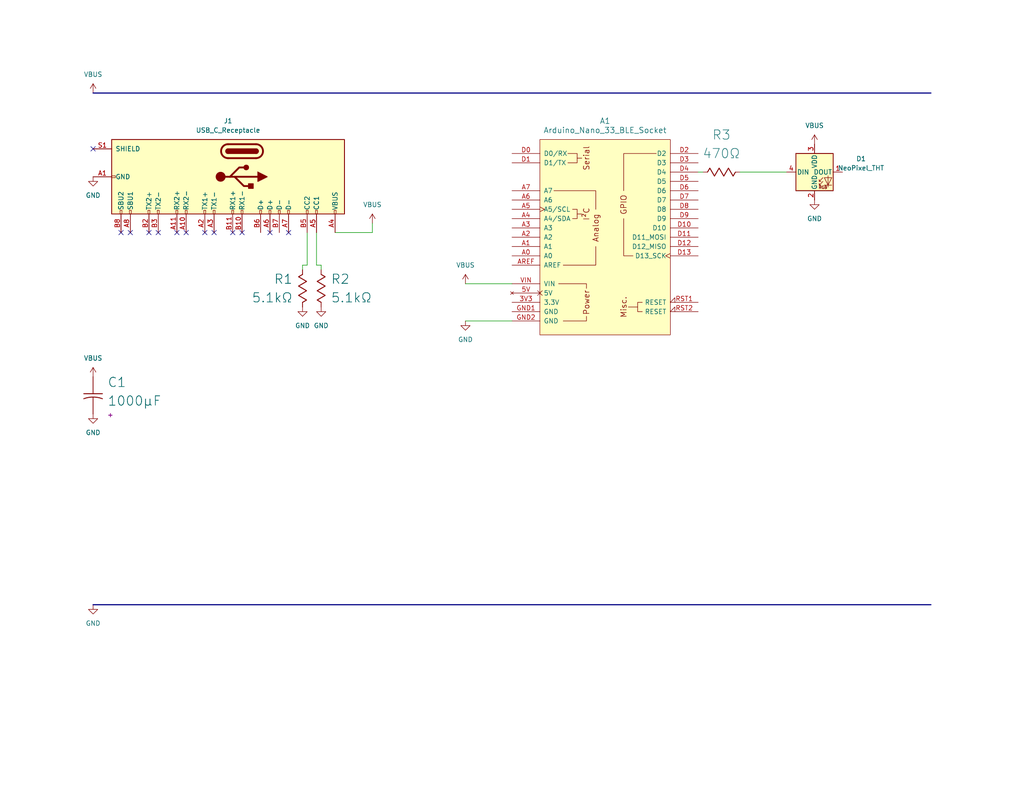
<source format=kicad_sch>
(kicad_sch (version 20230121) (generator eeschema)
  (paper "A")
  (title_block (title "TrailblazEAR") (rev "0"))
  (lib_symbols
    (symbol "Connector:USB_C_Receptacle" (pin_names (offset 1.016))
      (property "Reference" "J" (at -10.16 29.21 0))
      (property "Value" "USB_C_Receptacle" (at 10.16 29.21 0))
      (symbol "USB_C_Receptacle_0_0"
        (rectangle (start -0.254 -35.56) (end 0.254 -34.544))
        (rectangle (start 10.16 -32.766) (end 9.144 -33.274))
        (rectangle (start 10.16 -30.226) (end 9.144 -30.734))
        (rectangle (start 10.16 -25.146) (end 9.144 -25.654))
        (rectangle (start 10.16 -22.606) (end 9.144 -23.114))
        (rectangle (start 10.16 -17.526) (end 9.144 -18.034))
        (rectangle (start 10.16 -14.986) (end 9.144 -15.494))
        (rectangle (start 10.16 -9.906) (end 9.144 -10.414))
        (rectangle (start 10.16 -7.366) (end 9.144 -7.874))
        (rectangle (start 10.16 -2.286) (end 9.144 -2.794))
        (rectangle (start 10.16 0.254) (end 9.144 -0.254))
        (rectangle (start 10.16 5.334) (end 9.144 4.826))
        (rectangle (start 10.16 7.874) (end 9.144 7.366))
        (rectangle (start 10.16 10.414) (end 9.144 9.906))
        (rectangle (start 10.16 12.954) (end 9.144 12.446))
        (rectangle (start 10.16 18.034) (end 9.144 17.526))
        (rectangle (start 10.16 20.574) (end 9.144 20.066))
        (rectangle (start 10.16 25.654) (end 9.144 25.146))
      )
      (symbol "USB_C_Receptacle_0_1"
        (rectangle (start -10.16 27.94) (end 10.16 -35.56) (stroke (width 0.254)) (fill (type background)))
        (arc (start -8.89 -3.81) (mid -6.985 -5.7067) (end -5.08 -3.81) (stroke (width 0.508)))
        (arc (start -7.62 -3.81) (mid -6.985 -4.4423) (end -6.35 -3.81) (stroke (width 0.254)))
        (arc (start -7.62 -3.81) (mid -6.985 -4.4423) (end -6.35 -3.81) (stroke (width 0.254)) (fill (type outline)))
        (rectangle (start -7.62 -3.81) (end -6.35 3.81) (stroke (width 0.254)) (fill (type outline)))
        (arc (start -6.35 3.81) (mid -6.985 4.4423) (end -7.62 3.81) (stroke (width 0.254)))
        (arc (start -6.35 3.81) (mid -6.985 4.4423) (end -7.62 3.81) (stroke (width 0.254)) (fill (type outline)))
        (arc (start -5.08 3.81) (mid -6.985 5.7067) (end -8.89 3.81) (stroke (width 0.508)))
        (polyline (pts (xy -8.89 -3.81) (xy -8.89 3.81)) (stroke (width 0.508)))
        (polyline (pts (xy -5.08 3.81) (xy -5.08 -3.81)) (stroke (width 0.508)))
      )
      (symbol "USB_C_Receptacle_1_1"
        (circle (center -2.54 1.143) (radius 0.635) (stroke (width 0.254)) (fill (type outline)))
        (circle (center 0 -5.842) (radius 1.27) (fill (type outline)))
        (polyline (pts (xy 0 -5.842) (xy 0 4.318)) (stroke (width 0.508)))
        (polyline (pts (xy 0 -3.302) (xy -2.54 -0.762) (xy -2.54 0.508)) (stroke (width 0.508)))
        (polyline (pts (xy 0 -2.032) (xy 2.54 0.508) (xy 2.54 1.778)) (stroke (width 0.508)))
        (polyline (pts (xy -1.27 4.318) (xy 0 6.858) (xy 1.27 4.318) (xy -1.27 4.318)) (stroke (width 0.254)) (fill (type outline)))
        (rectangle (start 1.905 1.778) (end 3.175 3.048) (stroke (width 0.254)) (fill (type outline)))
        (pin passive line (at 0 -40.64 90) (length 5.08) (name "GND") (number "A1"))
        (pin bidirectional line (at 15.24 -15.24 180) (length 5.08) (name "RX2-") (number "A10"))
        (pin bidirectional line (at 15.24 -17.78 180) (length 5.08) (name "RX2+") (number "A11"))
        (pin passive line (at 0 -40.64 90) (length 5.08) hide (name "GND") (number "A12"))
        (pin bidirectional line (at 15.24 -10.16 180) (length 5.08) (name "TX1+") (number "A2"))
        (pin bidirectional line (at 15.24 -7.62 180) (length 5.08) (name "TX1-") (number "A3"))
        (pin passive line (at 15.24 25.4 180) (length 5.08) (name "VBUS") (number "A4"))
        (pin bidirectional line (at 15.24 20.32 180) (length 5.08) (name "CC1") (number "A5"))
        (pin bidirectional line (at 15.24 7.62 180) (length 5.08) (name "D+") (number "A6"))
        (pin bidirectional line (at 15.24 12.7 180) (length 5.08) (name "D-") (number "A7"))
        (pin bidirectional line (at 15.24 -30.48 180) (length 5.08) (name "SBU1") (number "A8"))
        (pin passive line (at 15.24 25.4 180) (length 5.08) hide (name "VBUS") (number "A9"))
        (pin passive line (at 0 -40.64 90) (length 5.08) hide (name "GND") (number "B1"))
        (pin bidirectional line (at 15.24 0 180) (length 5.08) (name "RX1-") (number "B10"))
        (pin bidirectional line (at 15.24 -2.54 180) (length 5.08) (name "RX1+") (number "B11"))
        (pin passive line (at 0 -40.64 90) (length 5.08) hide (name "GND") (number "B12"))
        (pin bidirectional line (at 15.24 -25.4 180) (length 5.08) (name "TX2+") (number "B2"))
        (pin bidirectional line (at 15.24 -22.86 180) (length 5.08) (name "TX2-") (number "B3"))
        (pin passive line (at 15.24 25.4 180) (length 5.08) hide (name "VBUS") (number "B4"))
        (pin bidirectional line (at 15.24 17.78 180) (length 5.08) (name "CC2") (number "B5"))
        (pin bidirectional line (at 15.24 5.08 180) (length 5.08) (name "D+") (number "B6"))
        (pin bidirectional line (at 15.24 10.16 180) (length 5.08) (name "D-") (number "B7"))
        (pin bidirectional line (at 15.24 -33.02 180) (length 5.08) (name "SBU2") (number "B8"))
        (pin passive line (at 15.24 25.4 180) (length 5.08) hide (name "VBUS") (number "B9"))
        (pin passive line (at -7.62 -40.64 90) (length 5.08) (name "SHIELD") (number "S1"))
      )
    )
    (symbol "LED:NeoPixel_THT" (pin_names (offset 0.254))
      (property "Reference" "D" (at 5.08 5.715 0))
      (property "Value" "NeoPixel_THT" (at 1.27 -5.715 0))
      (symbol "NeoPixel_THT_0_0"
        (text "RGB" (at 2.286 -4.191 0) (effects (font (size 0.762 0.762))))
      )
      (symbol "NeoPixel_THT_0_1"
        (polyline (pts (xy 1.27 -3.556) (xy 1.778 -3.556)))
        (polyline (pts (xy 1.27 -2.54) (xy 1.778 -2.54)))
        (polyline (pts (xy 4.699 -3.556) (xy 2.667 -3.556)))
        (polyline (pts (xy 2.286 -2.54) (xy 1.27 -3.556) (xy 1.27 -3.048)))
        (polyline (pts (xy 2.286 -1.524) (xy 1.27 -2.54) (xy 1.27 -2.032)))
        (polyline (pts (xy 3.683 -1.016) (xy 3.683 -3.556) (xy 3.683 -4.064)))
        (polyline (pts (xy 4.699 -1.524) (xy 2.667 -1.524) (xy 3.683 -3.556) (xy 4.699 -1.524)))
        (rectangle (start 5.08 5.08) (end -5.08 -5.08) (stroke (width 0.254)) (fill (type background)))
      )
      (symbol "NeoPixel_THT_1_1"
        (pin output line (at 7.62 0 180) (length 2.54) (name "DOUT") (number "1"))
        (pin power_in line (at 0 -7.62 90) (length 2.54) (name "GND") (number "2"))
        (pin power_in line (at 0 7.62 270) (length 2.54) (name "VDD") (number "3"))
        (pin input line (at -7.62 0 0) (length 2.54) (name "DIN") (number "4"))
      )
    )
    (symbol "PCM_Generic:C,IEEE" (pin_numbers hide) (pin_names (offset 0) hide)
      (property "Reference" "C" (at 2.54 2.54 0))
      (property "Value" "C,IEEE" (at 2.54 -2.54 0))
      (property "Indicator" "+" (at -2.54 2.54 0))
      (symbol "C,IEEE_1_1"
        (polyline (pts (xy -2.54 0.4572) (xy 2.54 0.4572)) (stroke (width 0.254)))
        (arc (start 2.54 -0.9144) (mid 0 -0.4576) (end -2.54 -0.9144) (stroke (width 0.254)))
        (pin passive line (at 0 5.08 270) (length 4.6228) (name "+") (number "1"))
        (pin passive line (at 0 -5.08 90) (length 4.6228) (name "-") (number "2"))
      )
    )
    (symbol "PCM_Generic:R,IEEE" (pin_numbers hide) (pin_names (offset 0) hide)
      (property "Reference" "R" (at 2.54 2.54 0))
      (property "Value" "R,IEEE" (at 2.54 -2.54 0))
      (symbol "R,IEEE_1_1"
        (polyline (pts (xy 0 3.81) (xy 1.0922 3.175) (xy -1.0922 1.905) (xy 1.0922 0.635) (xy -1.0922 -0.635) (xy 1.0922 -1.905) (xy -1.0922 -3.175) (xy 0 -3.81)) (stroke (width 0.254)))
        (pin passive line (at 0 5.08 270) (length 1.27) (name "+") (number "1"))
        (pin passive line (at 0 -5.08 90) (length 1.27) (name "-") (number "2"))
      )
    )
    (symbol "PCM_arduino-library:Arduino_Nano_33_BLE_Socket" (pin_names (offset 1.016))
      (property "Reference" "A" (at 0 33.02 0))
      (property "Value" "Arduino_Nano_33_BLE_Socket" (at 0 29.21 0))
      (symbol "Arduino_Nano_33_BLE_Socket_0_0"
        (rectangle (start -17.78 26.67) (end 17.78 -26.67) (fill (type background)))
        (polyline (pts (xy -7.62 6.35) (xy -6.35 6.35)))
        (polyline (pts (xy -7.62 21.59) (xy -6.35 21.59)))
        (polyline (pts (xy 8.89 -19.05) (xy 6.35 -19.05)))
        (polyline (pts (xy -11.43 -22.86) (xy -5.08 -22.86) (xy -5.08 -21.59)))
        (polyline (pts (xy -5.08 -13.97) (xy -5.08 -12.7) (xy -12.7 -12.7)))
        (polyline (pts (xy -10.16 22.86) (xy -7.62 22.86) (xy -7.62 20.32) (xy -10.16 20.32)))
        (polyline (pts (xy -8.89 7.62) (xy -7.62 7.62) (xy -7.62 5.08) (xy -8.89 5.08)))
        (text "Analog" (at -2.54 2.54 900) (effects (font (size 1.524 1.524))))
        (text "I²C" (at -5.08 6.35 900) (effects (font (size 1.524 1.524))))
        (text "Misc." (at 5.08 -19.05 900) (effects (font (size 1.524 1.524))))
        (text "Power" (at -5.08 -17.78 900) (effects (font (size 1.524 1.524))))
        (text "Serial" (at -5.08 21.59 900) (effects (font (size 1.524 1.524))))
      )
      (symbol "Arduino_Nano_33_BLE_Socket_0_1"
        (polyline (pts (xy -13.97 12.7) (xy -2.54 12.7) (xy -2.54 7.62)))
        (polyline (pts (xy -11.43 -7.62) (xy -2.54 -7.62) (xy -2.54 -2.54)))
        (polyline (pts (xy 7.62 -5.08) (xy 5.08 -5.08) (xy 5.08 5.08)))
        (polyline (pts (xy 13.97 22.86) (xy 5.08 22.86) (xy 5.08 12.7)))
        (polyline (pts (xy 10.16 -17.78) (xy 8.89 -17.78) (xy 8.89 -20.32) (xy 10.16 -20.32)))
      )
      (symbol "Arduino_Nano_33_BLE_Socket_1_0"
        (text "GPIO" (at 5.08 8.89 900) (effects (font (size 1.524 1.524))))
      )
      (symbol "Arduino_Nano_33_BLE_Socket_1_1"
        (pin power_in line (at -25.4 -17.78 0) (length 7.62) (name "3.3V") (number "3V3"))
        (pin no_connect non_logic (at -25.4 -15.24 0) (length 7.62) (name "5V") (number "5V"))
        (pin bidirectional line (at -25.4 -5.08 0) (length 7.62) (name "A0") (number "A0"))
        (pin bidirectional line (at -25.4 -2.54 0) (length 7.62) (name "A1") (number "A1"))
        (pin bidirectional line (at -25.4 0 0) (length 7.62) (name "A2") (number "A2"))
        (pin bidirectional line (at -25.4 2.54 0) (length 7.62) (name "A3") (number "A3"))
        (pin bidirectional line (at -25.4 5.08 0) (length 7.62) (name "A4/SDA") (number "A4"))
        (pin bidirectional clock (at -25.4 7.62 0) (length 7.62) (name "A5/SCL") (number "A5"))
        (pin input line (at -25.4 10.16 0) (length 7.62) (name "A6") (number "A6"))
        (pin input line (at -25.4 12.7 0) (length 7.62) (name "A7") (number "A7"))
        (pin input line (at -25.4 -7.62 0) (length 7.62) (name "AREF") (number "AREF"))
        (pin bidirectional line (at -25.4 22.86 0) (length 7.62) (name "D0/RX") (number "D0"))
        (pin bidirectional line (at -25.4 20.32 0) (length 7.62) (name "D1/TX") (number "D1"))
        (pin bidirectional line (at 25.4 2.54 180) (length 7.62) (name "D10") (number "D10"))
        (pin bidirectional line (at 25.4 0 180) (length 7.62) (name "D11_MOSI") (number "D11"))
        (pin bidirectional line (at 25.4 -2.54 180) (length 7.62) (name "D12_MISO") (number "D12"))
        (pin bidirectional clock (at 25.4 -5.08 180) (length 7.62) (name "D13_SCK") (number "D13"))
        (pin bidirectional line (at 25.4 22.86 180) (length 7.62) (name "D2") (number "D2"))
        (pin bidirectional line (at 25.4 20.32 180) (length 7.62) (name "D3") (number "D3"))
        (pin bidirectional line (at 25.4 17.78 180) (length 7.62) (name "D4") (number "D4"))
        (pin bidirectional line (at 25.4 15.24 180) (length 7.62) (name "D5") (number "D5"))
        (pin bidirectional line (at 25.4 12.7 180) (length 7.62) (name "D6") (number "D6"))
        (pin bidirectional line (at 25.4 10.16 180) (length 7.62) (name "D7") (number "D7"))
        (pin bidirectional line (at 25.4 7.62 180) (length 7.62) (name "D8") (number "D8"))
        (pin bidirectional line (at 25.4 5.08 180) (length 7.62) (name "D9") (number "D9"))
        (pin power_in line (at -25.4 -20.32 0) (length 7.62) (name "GND") (number "GND1"))
        (pin power_in line (at -25.4 -22.86 0) (length 7.62) (name "GND") (number "GND2"))
        (pin open_collector input_low (at 25.4 -17.78 180) (length 7.62) (name "RESET") (number "RST1"))
        (pin open_collector input_low (at 25.4 -20.32 180) (length 7.62) (name "RESET") (number "RST2"))
        (pin power_in line (at -25.4 -12.7 0) (length 7.62) (name "VIN") (number "VIN"))
      )
    )
    (symbol "power:GND" (power) (pin_names (offset 0))
      (property "Value" "GND" (at 0 -3.81 0))
      (symbol "GND_0_1"
        (polyline (pts (xy 0 0) (xy 0 -1.27) (xy 1.27 -1.27) (xy 0 -2.54) (xy -1.27 -1.27) (xy 0 -1.27)))
      )
      (symbol "GND_1_1"
        (pin power_in line (at 0 0 270) (length 0) hide (name "GND") (number "1"))
      )
    )
    (symbol "power:VBUS" (power) (pin_names (offset 0))
      (property "Value" "VBUS" (at 0 3.81 0))
      (symbol "VBUS_0_1"
        (polyline (pts (xy -0.762 1.27) (xy 0 2.54)))
        (polyline (pts (xy 0 0) (xy 0 2.54)))
        (polyline (pts (xy 0 2.54) (xy 0.762 1.27)))
      )
      (symbol "VBUS_1_1"
        (pin power_in line (at 0 0 90) (length 0) hide (name "VBUS") (number "1"))
      )
    )
  )
  (no_connect (at 66.04 63.5))
  (no_connect (at 48.26 63.5))
  (no_connect (at 43.18 63.5))
  (no_connect (at 78.74 63.5))
  (no_connect (at 58.42 63.5))
  (no_connect (at 63.5 63.5))
  (no_connect (at 25.4 40.64))
  (no_connect (at 40.64 63.5))
  (no_connect (at 73.66 63.5))
  (no_connect (at 35.56 63.5))
  (no_connect (at 33.02 63.5))
  (no_connect (at 50.8 63.5))
  (no_connect (at 55.88 63.5))
  (wire (pts (xy 91.44 63.5) (xy 101.6 63.5)))
  (wire (pts (xy 86.36 72.39) (xy 87.63 72.39)))
  (wire (pts (xy 82.55 72.39) (xy 82.55 73.66)))
  (wire (pts (xy 127 77.47) (xy 139.7 77.47)))
  (bus (pts (xy 25.4 165.1) (xy 254 165.1)))
  (wire (pts (xy 201.93 46.99) (xy 214.63 46.99)))
  (wire (pts (xy 83.82 72.39) (xy 83.82 63.5)))
  (wire (pts (xy 101.6 63.5) (xy 101.6 60.96)))
  (wire (pts (xy 82.55 72.39) (xy 83.82 72.39)))
  (wire (pts (xy 190.5 46.99) (xy 191.77 46.99)))
  (wire (pts (xy 87.63 72.39) (xy 87.63 73.66)))
  (bus (pts (xy 25.4 25.4) (xy 254 25.4)))
  (wire (pts (xy 86.36 63.5) (xy 86.36 72.39)))
  (wire (pts (xy 127 87.63) (xy 139.7 87.63)))
  (symbol (lib_id "power:GND") (at 25.4 165.1 0) (unit 1)
    (property "Reference" "#PWR012" (effects hide))
    (property "Value" "GND" (at 25.4 170.18 0))
  )
  (symbol (lib_id "PCM_Generic:R,IEEE") (at 82.55 78.74 0) (mirror x) (unit 1)
    (property "Reference" "R1" (at 80.01 76.1999 0) (effects (font (size 2.54 2.54)) (justify right)))
    (property "Value" "5.1kΩ" (at 80.01 81.2799 0) (effects (font (size 2.54 2.54)) (justify right)))
    (property "Indicator" "+" (effects hide))
  )
  (symbol (lib_id "PCM_arduino-library:Arduino_Nano_33_BLE_Socket") (at 165.1 64.77 0) (unit 1)
    (property "Reference" "A1" (at 165.1 33.02 0) (effects (font (size 1.524 1.524))))
    (property "Value" "Arduino_Nano_33_BLE_Socket" (at 165.1 35.56 0) (effects (font (size 1.524 1.524))))
    (property "Footprint" "PCM_arduino-library:Arduino_Nano_Every_Socket" (effects hide))
    (property "Datasheet" "https://docs.arduino.cc/hardware/nano-33-ble" (effects hide))
  )
  (symbol (lib_id "Connector:USB_C_Receptacle") (at 66.04 48.26 270) (unit 1)
    (property "Reference" "J1" (at 62.23 33.02 90))
    (property "Value" "USB_C_Receptacle" (at 62.23 35.56 90))
    (property "Datasheet" "https://www.usb.org/sites/default/files/documents/usb_type-c.zip" (effects hide))
  )
  (symbol (lib_id "power:GND") (at 222.25 54.61 0) (unit 1)
    (property "Reference" "#PWR06" (effects hide))
    (property "Value" "GND" (at 222.25 59.69 0))
  )
  (symbol (lib_id "power:GND") (at 82.55 83.82 0) (unit 1)
    (property "Reference" "#PWR011" (effects hide))
    (property "Value" "GND" (at 82.55 88.9 0))
  )
  (symbol (lib_id "PCM_Generic:C,IEEE") (at 25.4 107.95 0) (mirror y) (unit 1)
    (property "Reference" "C1" (at 29.21 104.3685 0) (effects (font (size 2.54 2.54)) (justify right)))
    (property "Value" "1000μF" (at 29.21 109.4485 0) (effects (font (size 2.54 2.54)) (justify right)))
    (property "Indicator" "+" (at 29.21 113.2586 0) (effects (justify right)))
  )
  (symbol (lib_id "power:VBUS") (at 25.4 25.4 0) (unit 1)
    (property "Reference" "#PWR01" (effects hide))
    (property "Value" "VBUS" (at 25.4 20.32 0))
  )
  (symbol (lib_id "power:VBUS") (at 127 77.47 0) (unit 1)
    (property "Reference" "#PWR07" (effects hide))
    (property "Value" "VBUS" (at 127 72.39 0))
  )
  (symbol (lib_id "LED:NeoPixel_THT") (at 222.25 46.99 0) (unit 1)
    (property "Reference" "D1" (at 234.95 43.3421 0))
    (property "Value" "NeoPixel_THT" (at 234.95 45.8821 0))
    (property "Datasheet" "https://www.adafruit.com/product/1938" (effects hide))
  )
  (symbol (lib_id "PCM_Generic:R,IEEE") (at 196.85 46.99 270) (unit 1)
    (property "Reference" "R3" (at 196.85 36.83 90) (effects (font (size 2.54 2.54))))
    (property "Value" "470Ω" (at 196.85 41.91 90) (effects (font (size 2.54 2.54))))
    (property "Indicator" "+" (effects hide))
  )
  (symbol (lib_id "power:GND") (at 87.63 83.82 0) (unit 1)
    (property "Reference" "#PWR010" (effects hide))
    (property "Value" "GND" (at 87.63 88.9 0))
  )
  (symbol (lib_id "power:VBUS") (at 222.25 39.37 0) (unit 1)
    (property "Reference" "#PWR02" (effects hide))
    (property "Value" "VBUS" (at 222.25 34.29 0))
  )
  (symbol (lib_id "power:VBUS") (at 101.6 60.96 0) (unit 1)
    (property "Reference" "#PWR03" (effects hide))
    (property "Value" "VBUS" (at 101.6 55.88 0))
  )
  (symbol (lib_id "power:GND") (at 25.4 48.26 0) (unit 1)
    (property "Reference" "#PWR04" (effects hide))
    (property "Value" "GND" (at 25.4 53.34 0))
  )
  (symbol (lib_id "power:GND") (at 127 87.63 0) (unit 1)
    (property "Reference" "#PWR05" (effects hide))
    (property "Value" "GND" (at 127 92.71 0))
  )
  (symbol (lib_id "PCM_Generic:R,IEEE") (at 87.63 78.74 180) (unit 1)
    (property "Reference" "R2" (at 90.17 76.1999 0) (effects (font (size 2.54 2.54)) (justify right)))
    (property "Value" "5.1kΩ" (at 90.17 81.2799 0) (effects (font (size 2.54 2.54)) (justify right)))
    (property "Indicator" "+" (effects hide))
  )
  (symbol (lib_id "power:VBUS") (at 25.4 102.87 0) (unit 1)
    (property "Reference" "#PWR08" (effects hide))
    (property "Value" "VBUS" (at 25.4 97.79 0))
  )
  (symbol (lib_id "power:GND") (at 25.4 113.03 0) (unit 1)
    (property "Reference" "#PWR09" (effects hide))
    (property "Value" "GND" (at 25.4 118.11 0))
  )
)
</source>
